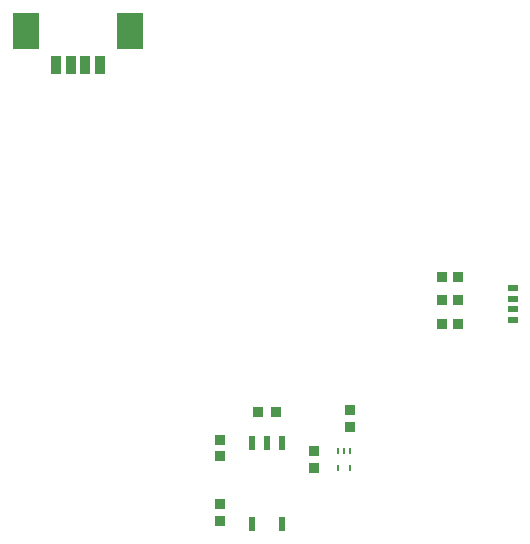
<source format=gbr>
%TF.GenerationSoftware,Altium Limited,Altium Designer,23.5.1 (21)*%
G04 Layer_Color=8421504*
%FSLAX45Y45*%
%MOMM*%
%TF.SameCoordinates,251D8D79-0CC1-4DB5-8A6B-B6CDDAA58204*%
%TF.FilePolarity,Positive*%
%TF.FileFunction,Paste,Top*%
%TF.Part,Single*%
G01*
G75*
%TA.AperFunction,SMDPad,CuDef*%
%ADD10R,0.95814X0.91213*%
%ADD11R,0.81280X1.60020*%
%ADD12R,2.20980X3.09880*%
%ADD13R,0.95872X0.91213*%
%ADD14R,0.91213X0.95872*%
%ADD15R,0.91213X0.95814*%
%ADD16R,0.83820X0.60960*%
%ADD17R,0.25400X0.60960*%
%ADD18R,0.46634X1.20802*%
D10*
X5079801Y2800000D02*
D03*
X5220200D02*
D03*
X5079801Y2600000D02*
D03*
X5220200D02*
D03*
X5079801Y2400000D02*
D03*
X5220200D02*
D03*
D11*
X2187500Y4590600D02*
D03*
X2062500D02*
D03*
X1937500D02*
D03*
X1812500D02*
D03*
D12*
X2442500Y4880600D02*
D03*
X1557500D02*
D03*
D13*
X3672671Y1650000D02*
D03*
X3527329D02*
D03*
D14*
X4000000Y1322671D02*
D03*
Y1177329D02*
D03*
D15*
X3200000Y1420200D02*
D03*
Y1279801D02*
D03*
Y870199D02*
D03*
Y729800D02*
D03*
X4300000Y1529801D02*
D03*
Y1670200D02*
D03*
D16*
X5680000Y2431250D02*
D03*
Y2521250D02*
D03*
Y2611250D02*
D03*
Y2701250D02*
D03*
D17*
X4300000Y1175070D02*
D03*
X4200000D02*
D03*
Y1324930D02*
D03*
X4250000D02*
D03*
X4300000D02*
D03*
D18*
X3473000Y705830D02*
D03*
X3727000D02*
D03*
Y1394170D02*
D03*
X3600000D02*
D03*
X3473000D02*
D03*
%TF.MD5,494035f8125f91ba1fcf02263cf34884*%
M02*

</source>
